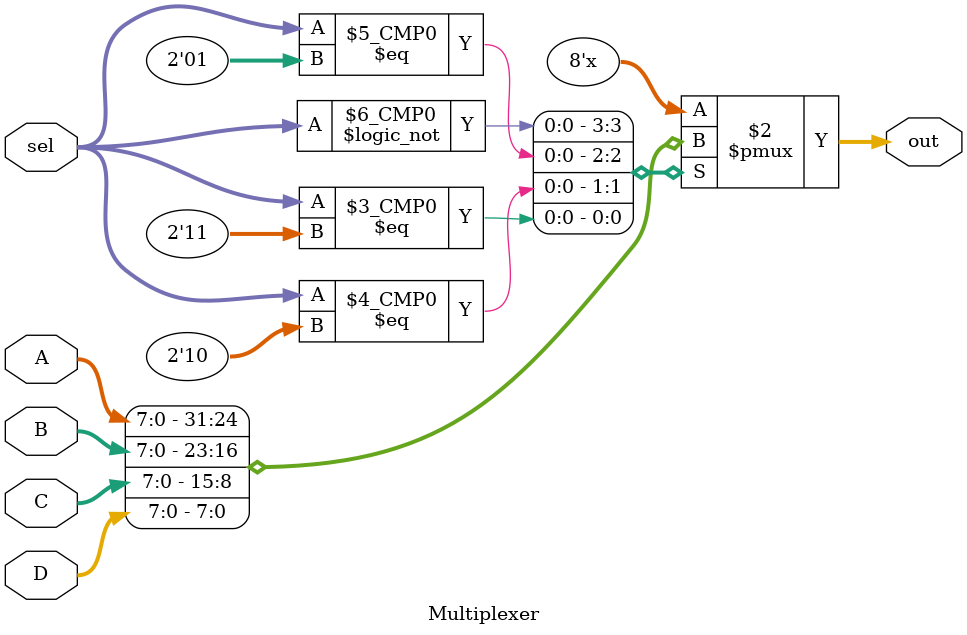
<source format=v>
module Multiplexer(
    input  [7:0] A, 
    input  [7:0] B, 
    input  [7:0] C, 
    input  [7:0] D, 
    input  [1:0] sel,
    output reg [7:0] out
);

    always @(*) begin
        case (sel)
            2'b00: out = A;
            2'b01: out = B;
            2'b10: out = C;
            2'b11: out = D;
            default: out = 8'b00000000;
        endcase
    end

endmodule


</source>
